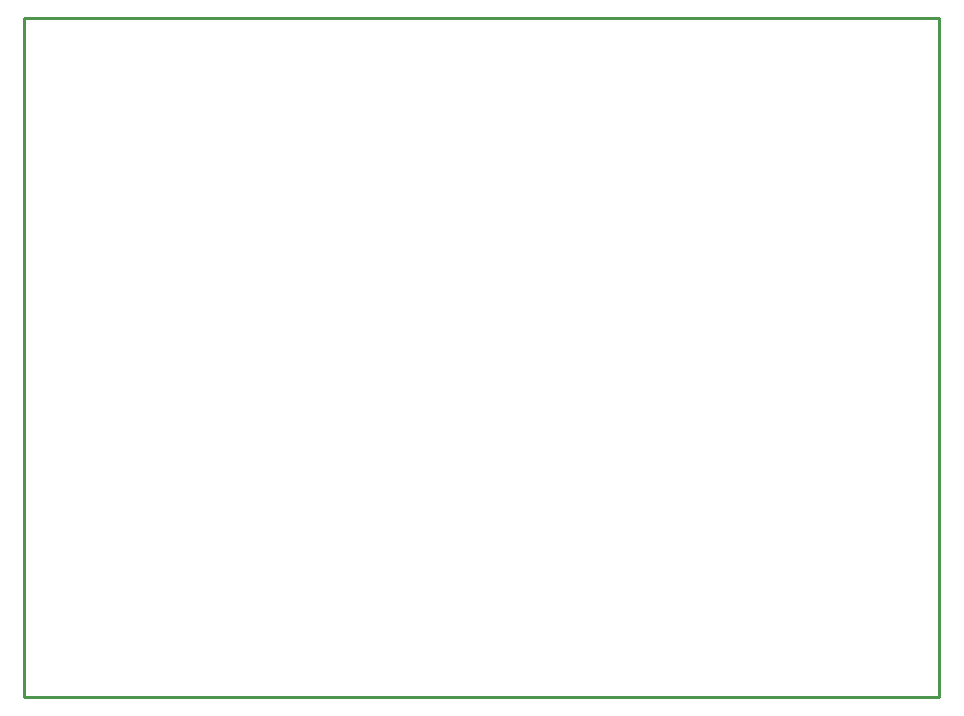
<source format=gm1>
%FSLAX25Y25*%
%MOIN*%
G70*
G01*
G75*
G04 Layer_Color=16711935*
%ADD10C,0.01000*%
%ADD11C,0.03000*%
%ADD12C,0.02000*%
%ADD13C,0.00800*%
%ADD14R,0.00984X0.09843*%
%ADD15R,0.09843X0.00984*%
%ADD16R,0.05315X0.05118*%
%ADD17R,0.05118X0.05315*%
%ADD18R,0.20000X0.02000*%
%ADD19O,0.20000X0.02000*%
%ADD20R,0.13780X0.08465*%
%ADD21R,0.04331X0.08465*%
%ADD22R,0.04331X0.08465*%
%ADD23C,0.11811*%
%ADD24C,0.05906*%
%ADD25R,0.05906X0.05906*%
%ADD26C,0.06200*%
%ADD27C,0.08000*%
%ADD28O,0.07874X0.03937*%
%ADD29O,0.07874X0.03937*%
%ADD30C,0.03937*%
%ADD31C,0.03000*%
%ADD32C,0.06500*%
%ADD33C,0.15000*%
%ADD34C,0.05500*%
%ADD35C,0.05906*%
%ADD36R,0.05906X0.05906*%
%ADD37R,0.05906X0.05906*%
%ADD38C,0.06654*%
%ADD39R,0.06654X0.06654*%
%ADD40C,0.18740*%
%ADD41C,0.00787*%
%ADD42C,0.00984*%
%ADD43C,0.00500*%
%ADD44C,0.00600*%
%ADD45C,0.01200*%
%ADD46C,0.00591*%
%ADD47R,0.04520X0.01680*%
%ADD48R,0.01680X0.04520*%
%ADD49R,0.01784X0.10642*%
%ADD50R,0.10642X0.01784*%
%ADD51R,0.06115X0.05918*%
%ADD52R,0.05918X0.06115*%
%ADD53R,0.20800X0.02800*%
%ADD54O,0.20800X0.02800*%
%ADD55R,0.14579X0.09265*%
%ADD56R,0.05131X0.09265*%
%ADD57R,0.05131X0.09265*%
%ADD58C,0.12611*%
%ADD59C,0.06706*%
%ADD60R,0.06706X0.06706*%
%ADD61C,0.07000*%
%ADD62C,0.08800*%
%ADD63O,0.08674X0.04737*%
%ADD64O,0.08674X0.04737*%
%ADD65C,0.04737*%
%ADD66C,0.03800*%
%ADD67C,0.07300*%
%ADD68C,0.15800*%
%ADD69C,0.06300*%
%ADD70C,0.06706*%
%ADD71R,0.06706X0.06706*%
%ADD72R,0.06706X0.06706*%
%ADD73C,0.07453*%
%ADD74R,0.07453X0.07453*%
%ADD75C,0.19540*%
D10*
X170500Y384000D02*
X475500D01*
Y157500D02*
Y384000D01*
X170500Y157500D02*
X475500D01*
X170500D02*
Y384000D01*
M02*

</source>
